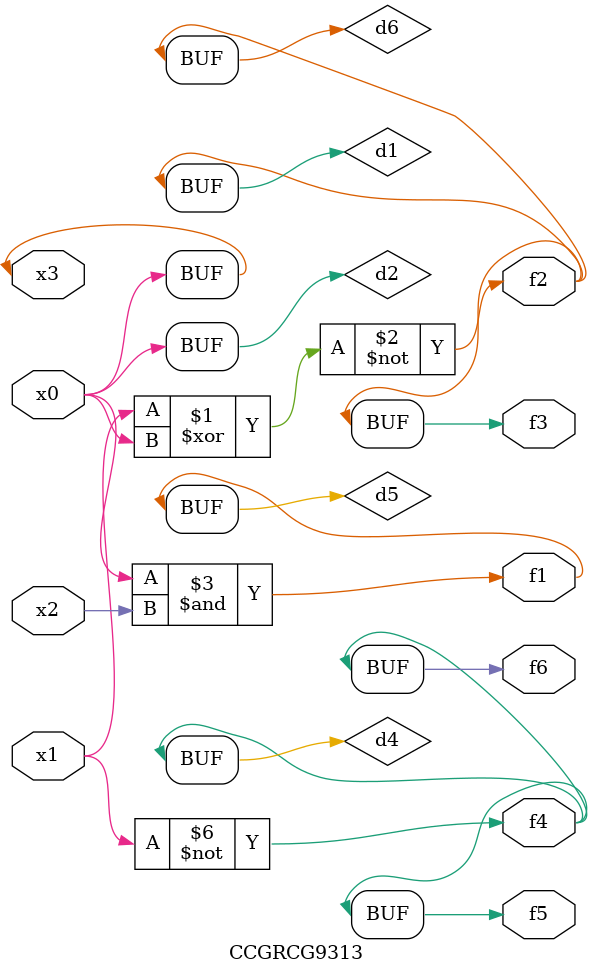
<source format=v>
module CCGRCG9313(
	input x0, x1, x2, x3,
	output f1, f2, f3, f4, f5, f6
);

	wire d1, d2, d3, d4, d5, d6;

	xnor (d1, x1, x3);
	buf (d2, x0, x3);
	nand (d3, x0, x2);
	not (d4, x1);
	nand (d5, d3);
	or (d6, d1);
	assign f1 = d5;
	assign f2 = d6;
	assign f3 = d6;
	assign f4 = d4;
	assign f5 = d4;
	assign f6 = d4;
endmodule

</source>
